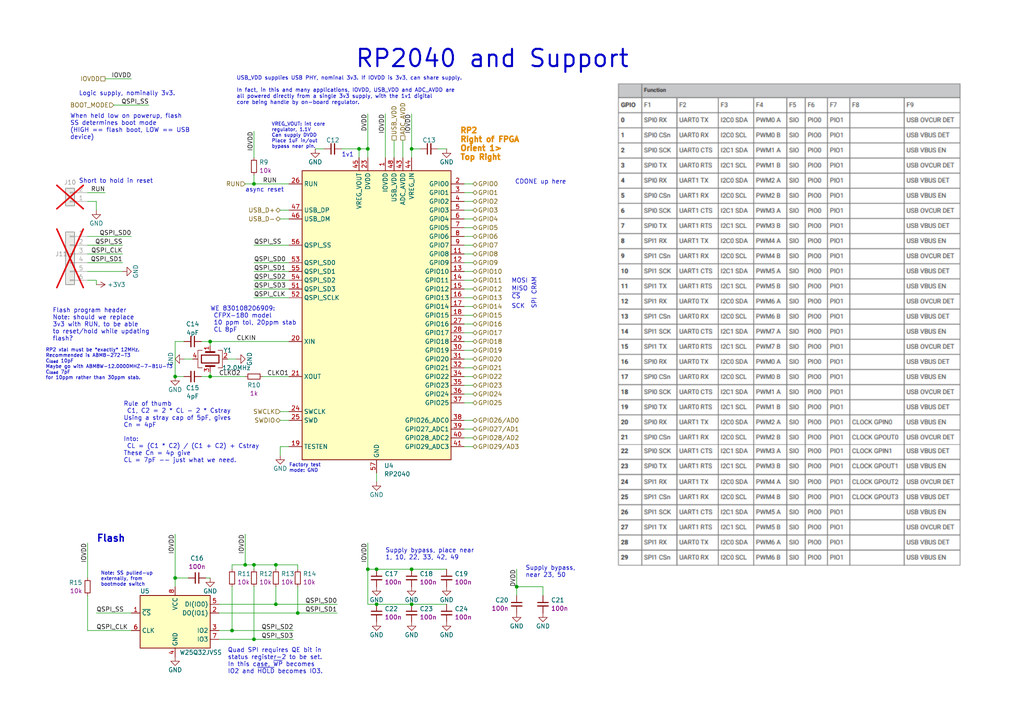
<source format=kicad_sch>
(kicad_sch (version 20250114) (generator "eeschema") (generator_version "9.0")
  (paper "A4")
  (title_block (title "Tiny Tapeout 4/5 Demo Board") (date "2024-12-26") (rev "1.0") (company "Psychogenic Technologies ") (comment 1 "(C) 2024 Pat Deegan"))
  (lib_symbols
    (symbol "Connector_Generic:Conn_01x02" (pin_names (offset 1.016) (hide yes))
      (property "Reference" "J" (at 0 2.54 0))
      (property "Value" "Conn_01x02" (at 0 -5.08 0))
      (symbol "Conn_01x02_1_1"
        (rectangle (start -1.27 1.27) (end 1.27 -3.81) (stroke (width 0.254)) (fill (type background)))
        (rectangle (start -1.27 0.127) (end 0 -0.127) (stroke (width 0.1524)))
        (rectangle (start -1.27 -2.413) (end 0 -2.667) (stroke (width 0.1524)))
        (pin passive line (at -5.08 0 0) (length 3.81) (name "Pin_1") (number "1"))
        (pin passive line (at -5.08 -2.54 0) (length 3.81) (name "Pin_2") (number "2"))
      )
    )
    (symbol "Connector_Generic:Conn_01x06" (pin_names (offset 1.016) (hide yes))
      (property "Reference" "J" (at 0 7.62 0))
      (property "Value" "Conn_01x06" (at 0 -10.16 0))
      (symbol "Conn_01x06_1_1"
        (rectangle (start -1.27 6.35) (end 1.27 -8.89) (stroke (width 0.254)) (fill (type background)))
        (rectangle (start -1.27 5.207) (end 0 4.953) (stroke (width 0.1524)))
        (rectangle (start -1.27 2.667) (end 0 2.413) (stroke (width 0.1524)))
        (rectangle (start -1.27 0.127) (end 0 -0.127) (stroke (width 0.1524)))
        (rectangle (start -1.27 -2.413) (end 0 -2.667) (stroke (width 0.1524)))
        (rectangle (start -1.27 -4.953) (end 0 -5.207) (stroke (width 0.1524)))
        (rectangle (start -1.27 -7.493) (end 0 -7.747) (stroke (width 0.1524)))
        (pin passive line (at -5.08 5.08 0) (length 3.81) (name "Pin_1") (number "1"))
        (pin passive line (at -5.08 2.54 0) (length 3.81) (name "Pin_2") (number "2"))
        (pin passive line (at -5.08 0 0) (length 3.81) (name "Pin_3") (number "3"))
        (pin passive line (at -5.08 -2.54 0) (length 3.81) (name "Pin_4") (number "4"))
        (pin passive line (at -5.08 -5.08 0) (length 3.81) (name "Pin_5") (number "5"))
        (pin passive line (at -5.08 -7.62 0) (length 3.81) (name "Pin_6") (number "6"))
      )
    )
    (symbol "Device:C_Small" (pin_numbers (hide yes)) (pin_names (offset 0.254) (hide yes))
      (property "Reference" "C" (at 0.254 1.778 0))
      (property "Value" "C_Small" (at 0.254 -2.032 0))
      (symbol "C_Small_0_1"
        (polyline (pts (xy -1.524 0.508) (xy 1.524 0.508)) (stroke (width 0.3048)))
        (polyline (pts (xy -1.524 -0.508) (xy 1.524 -0.508)) (stroke (width 0.3302)))
      )
      (symbol "C_Small_1_1"
        (pin passive line (at 0 2.54 270) (length 2.032) (name "~") (number "1"))
        (pin passive line (at 0 -2.54 90) (length 2.032) (name "~") (number "2"))
      )
    )
    (symbol "Device:Crystal_GND24" (pin_names (offset 1.016) (hide yes))
      (property "Reference" "Y" (at 3.175 5.08 0))
      (property "Value" "Crystal_GND24" (at 3.175 3.175 0))
      (symbol "Crystal_GND24_0_1"
        (polyline (pts (xy -2.54 2.286) (xy -2.54 3.556) (xy 2.54 3.556) (xy 2.54 2.286)))
        (polyline (pts (xy -2.54 0) (xy -2.032 0)))
        (polyline (pts (xy -2.54 -2.286) (xy -2.54 -3.556) (xy 2.54 -3.556) (xy 2.54 -2.286)))
        (polyline (pts (xy -2.032 -1.27) (xy -2.032 1.27)) (stroke (width 0.508)))
        (rectangle (start -1.143 2.54) (end 1.143 -2.54) (stroke (width 0.3048)))
        (polyline (pts (xy 0 3.556) (xy 0 3.81)))
        (polyline (pts (xy 0 -3.81) (xy 0 -3.556)))
        (polyline (pts (xy 2.032 0) (xy 2.54 0)))
        (polyline (pts (xy 2.032 -1.27) (xy 2.032 1.27)) (stroke (width 0.508)))
      )
      (symbol "Crystal_GND24_1_1"
        (pin passive line (at -3.81 0 0) (length 1.27) (name "1") (number "1"))
        (pin passive line (at 0 5.08 270) (length 1.27) (name "2") (number "2"))
        (pin passive line (at 0 -5.08 90) (length 1.27) (name "4") (number "4"))
        (pin passive line (at 3.81 0 180) (length 1.27) (name "3") (number "3"))
      )
    )
    (symbol "Device:R_Small" (pin_numbers (hide yes)) (pin_names (offset 0.254) (hide yes))
      (property "Reference" "R" (at 0.762 0.508 0))
      (property "Value" "R_Small" (at 0.762 -1.016 0))
      (symbol "R_Small_0_1"
        (rectangle (start -0.762 1.778) (end 0.762 -1.778) (stroke (width 0.2032)))
      )
      (symbol "R_Small_1_1"
        (pin passive line (at 0 2.54 270) (length 0.762) (name "~") (number "1"))
        (pin passive line (at 0 -2.54 90) (length 0.762) (name "~") (number "2"))
      )
    )
    (symbol "MCU_RaspberryPi:RP2040"
      (property "Reference" "U" (at 17.78 45.72 0))
      (property "Value" "RP2040" (at 17.78 43.18 0))
      (symbol "RP2040_0_1"
        (rectangle (start -21.59 41.91) (end 21.59 -41.91) (stroke (width 0.254)) (fill (type background)))
      )
      (symbol "RP2040_1_1"
        (pin input line (at -25.4 38.1 0) (length 3.81) (name "RUN") (number "26"))
        (pin bidirectional line (at -25.4 30.48 0) (length 3.81) (name "USB_DP") (number "47"))
        (pin bidirectional line (at -25.4 27.94 0) (length 3.81) (name "USB_DM") (number "46"))
        (pin bidirectional line (at -25.4 20.32 0) (length 3.81) (name "QSPI_SS") (number "56"))
        (pin bidirectional line (at -25.4 15.24 0) (length 3.81) (name "QSPI_SD0") (number "53"))
        (pin bidirectional line (at -25.4 12.7 0) (length 3.81) (name "QSPI_SD1") (number "55"))
        (pin bidirectional line (at -25.4 10.16 0) (length 3.81) (name "QSPI_SD2") (number "54"))
        (pin bidirectional line (at -25.4 7.62 0) (length 3.81) (name "QSPI_SD3") (number "51"))
        (pin output line (at -25.4 5.08 0) (length 3.81) (name "QSPI_SCLK") (number "52"))
        (pin input line (at -25.4 -7.62 0) (length 3.81) (name "XIN") (number "20"))
        (pin passive line (at -25.4 -17.78 0) (length 3.81) (name "XOUT") (number "21"))
        (pin input line (at -25.4 -27.94 0) (length 3.81) (name "SWCLK") (number "24"))
        (pin bidirectional line (at -25.4 -30.48 0) (length 3.81) (name "SWD") (number "25"))
        (pin input line (at -25.4 -38.1 0) (length 3.81) (name "TESTEN") (number "19"))
        (pin power_out line (at -5.08 45.72 270) (length 3.81) (name "VREG_VOUT") (number "45"))
        (pin power_in line (at -2.54 45.72 270) (length 3.81) (name "DVDD") (number "23"))
        (pin passive line (at -2.54 45.72 270) (length 3.81) (hide yes) (name "DVDD") (number "50"))
        (pin power_in line (at 0 -45.72 90) (length 3.81) (name "GND") (number "57"))
        (pin power_in line (at 2.54 45.72 270) (length 3.81) (name "IOVDD") (number "1"))
        (pin passive line (at 2.54 45.72 270) (length 3.81) (hide yes) (name "IOVDD") (number "10"))
        (pin passive line (at 2.54 45.72 270) (length 3.81) (hide yes) (name "IOVDD") (number "22"))
        (pin passive line (at 2.54 45.72 270) (length 3.81) (hide yes) (name "IOVDD") (number "33"))
        (pin passive line (at 2.54 45.72 270) (length 3.81) (hide yes) (name "IOVDD") (number "42"))
        (pin passive line (at 2.54 45.72 270) (length 3.81) (hide yes) (name "IOVDD") (number "49"))
        (pin power_in line (at 5.08 45.72 270) (length 3.81) (name "USB_VDD") (number "48"))
        (pin power_in line (at 7.62 45.72 270) (length 3.81) (name "ADC_AVDD") (number "43"))
        (pin power_in line (at 10.16 45.72 270) (length 3.81) (name "VREG_IN") (number "44"))
        (pin bidirectional line (at 25.4 38.1 180) (length 3.81) (name "GPIO0") (number "2"))
        (pin bidirectional line (at 25.4 35.56 180) (length 3.81) (name "GPIO1") (number "3"))
        (pin bidirectional line (at 25.4 33.02 180) (length 3.81) (name "GPIO2") (number "4"))
        (pin bidirectional line (at 25.4 30.48 180) (length 3.81) (name "GPIO3") (number "5"))
        (pin bidirectional line (at 25.4 27.94 180) (length 3.81) (name "GPIO4") (number "6"))
        (pin bidirectional line (at 25.4 25.4 180) (length 3.81) (name "GPIO5") (number "7"))
        (pin bidirectional line (at 25.4 22.86 180) (length 3.81) (name "GPIO6") (number "8"))
        (pin bidirectional line (at 25.4 20.32 180) (length 3.81) (name "GPIO7") (number "9"))
        (pin bidirectional line (at 25.4 17.78 180) (length 3.81) (name "GPIO8") (number "11"))
        (pin bidirectional line (at 25.4 15.24 180) (length 3.81) (name "GPIO9") (number "12"))
        (pin bidirectional line (at 25.4 12.7 180) (length 3.81) (name "GPIO10") (number "13"))
        (pin bidirectional line (at 25.4 10.16 180) (length 3.81) (name "GPIO11") (number "14"))
        (pin bidirectional line (at 25.4 7.62 180) (length 3.81) (name "GPIO12") (number "15"))
        (pin bidirectional line (at 25.4 5.08 180) (length 3.81) (name "GPIO13") (number "16"))
        (pin bidirectional line (at 25.4 2.54 180) (length 3.81) (name "GPIO14") (number "17"))
        (pin bidirectional line (at 25.4 0 180) (length 3.81) (name "GPIO15") (number "18"))
        (pin bidirectional line (at 25.4 -2.54 180) (length 3.81) (name "GPIO16") (number "27"))
        (pin bidirectional line (at 25.4 -5.08 180) (length 3.81) (name "GPIO17") (number "28"))
        (pin bidirectional line (at 25.4 -7.62 180) (length 3.81) (name "GPIO18") (number "29"))
        (pin bidirectional line (at 25.4 -10.16 180) (length 3.81) (name "GPIO19") (number "30"))
        (pin bidirectional line (at 25.4 -12.7 180) (length 3.81) (name "GPIO20") (number "31"))
        (pin bidirectional line (at 25.4 -15.24 180) (length 3.81) (name "GPIO21") (number "32"))
        (pin bidirectional line (at 25.4 -17.78 180) (length 3.81) (name "GPIO22") (number "34"))
        (pin bidirectional line (at 25.4 -20.32 180) (length 3.81) (name "GPIO23") (number "35"))
        (pin bidirectional line (at 25.4 -22.86 180) (length 3.81) (name "GPIO24") (number "36"))
        (pin bidirectional line (at 25.4 -25.4 180) (length 3.81) (name "GPIO25") (number "37"))
        (pin bidirectional line (at 25.4 -30.48 180) (length 3.81) (name "GPIO26_ADC0") (number "38"))
        (pin bidirectional line (at 25.4 -33.02 180) (length 3.81) (name "GPIO27_ADC1") (number "39"))
        (pin bidirectional line (at 25.4 -35.56 180) (length 3.81) (name "GPIO28_ADC2") (number "40"))
        (pin bidirectional line (at 25.4 -38.1 180) (length 3.81) (name "GPIO29_ADC3") (number "41"))
      )
    )
    (symbol "Memory_Flash:W25Q32JVSS"
      (property "Reference" "U" (at -8.89 8.89 0))
      (property "Value" "W25Q32JVSS" (at 7.62 8.89 0))
      (symbol "W25Q32JVSS_0_1"
        (rectangle (start -10.16 7.62) (end 10.16 -7.62) (stroke (width 0.254)) (fill (type background)))
      )
      (symbol "W25Q32JVSS_1_1"
        (pin input line (at -12.7 2.54 0) (length 2.54) (name "~{CS}") (number "1"))
        (pin input line (at -12.7 -2.54 0) (length 2.54) (name "CLK") (number "6"))
        (pin power_in line (at 0 10.16 270) (length 2.54) (name "VCC") (number "8"))
        (pin power_in line (at 0 -10.16 90) (length 2.54) (name "GND") (number "4"))
        (pin bidirectional line (at 12.7 5.08 180) (length 2.54) (name "DI(IO0)") (number "5"))
        (pin bidirectional line (at 12.7 2.54 180) (length 2.54) (name "DO(IO1)") (number "2"))
        (pin bidirectional line (at 12.7 -2.54 180) (length 2.54) (name "IO2") (number "3"))
        (pin bidirectional line (at 12.7 -5.08 180) (length 2.54) (name "IO3") (number "7"))
      )
    )
    (symbol "power:+3V3" (power) (pin_names (offset 0))
      (property "Value" "+3V3" (at 0 3.556 0))
      (symbol "+3V3_0_1"
        (polyline (pts (xy -0.762 1.27) (xy 0 2.54)))
        (polyline (pts (xy 0 2.54) (xy 0.762 1.27)))
        (polyline (pts (xy 0 0) (xy 0 2.54)))
      )
      (symbol "+3V3_1_1"
        (pin power_in line (at 0 0 90) (length 0) (hide yes) (name "+3V3") (number "1"))
      )
    )
    (symbol "power:GND" (power) (pin_names (offset 0))
      (property "Value" "GND" (at 0 -3.81 0))
      (symbol "GND_0_1"
        (polyline (pts (xy 0 0) (xy 0 -1.27) (xy 1.27 -1.27) (xy 0 -2.54) (xy -1.27 -1.27) (xy 0 -1.27)))
      )
      (symbol "GND_1_1"
        (pin power_in line (at 0 0 270) (length 0) (hide yes) (name "GND") (number "1"))
      )
    )
  )
  (text "CDONE up here" (at 149.352 52.832 0) (effects (font (size 1.27 1.27)) (justify left)))
  (text "async reset" (at 71.12 55.88 0) (effects (font (size 1.27 1.27)) (justify left bottom)))
  (text "RP2040 and Support" (at 102.87 20.066 0) (effects (font (size 5 5) (thickness 0.6) (bold yes)) (justify left bottom)))
  (text "Flash" (at 27.94 157.48 0) (effects (font (size 2 2) (thickness 0.4) (bold yes)) (justify left bottom)))
  (text "Short to hold in reset" (at 22.86 53.34 0) (effects (font (size 1.27 1.27)) (justify left bottom)))
  (text "VREG_VOUT: int core\nregulator, 1.1V\nCan supply DVDD\nPlace 1uF in/out \nbypass near pin." (at 78.74 43.18 0) (effects (font (size 1 1)) (justify left bottom)))
  (text "When held low on powerup, flash\nSS determines boot mode \n(HIGH == flash boot, LOW == USB \ndevice)" (at 20.32 40.64 0) (effects (font (size 1.27 1.27)) (justify left bottom)))
  (text "WE 830108206909:\n CFPX-180 model\n 10 ppm tol, 20ppm stab\n CL 8pF" (at 60.96 96.52 0) (effects (font (size 1.27 1.27)) (justify left bottom)))
  (text "1v1" (at 99.06 45.72 0) (effects (font (size 1.27 1.27)) (justify left bottom)))
  (text "RP2\nRight of FPGA\nOrient 1>\nTop Right" (at 133.35 41.91 0) (effects (font (size 1.6 1.6) (thickness 0.6) (bold yes)) (justify left)))
  (text "USB_VDD supplies USB PHY, nominal 3v3. If IOVDD is 3v3, can share supply.\n\nIn fact, in this and many applications, IOVDD, USB_VDD and ADC_AVDD are\nall powered directly from a single 3v3 supply, with the 1v1 digital \ncore being handle by on-board regulator." (at 68.58 30.48 0) (effects (font (size 1.1 1.1)) (justify left bottom)))
  (text "Flash program header\nNote: should we replace\n3v3 with RUN, to be able\nto reset/hold while updating\nflash?" (at 15.24 99.06 0) (effects (font (size 1.27 1.27)) (justify left bottom)))
  (text "Supply bypass, place near\n1, 10, 22, 33, 42, 49" (at 111.76 162.56 0) (effects (font (size 1.27 1.27)) (justify left bottom)))
  (text "Quad SPI requires QE bit in \nstatus register-2 to be set.\nIn this case, ~{WP} becomes \nIO2 and ~{HOLD} becomes IO3." (at 66.04 195.58 0) (effects (font (size 1.27 1.27)) (justify left bottom)))
  (text "Factory test\nmode: GND" (at 83.82 137.16 0) (effects (font (size 1 1)) (justify left bottom)))
  (text "Rule of thumb\n C1, C2 = 2 * CL - 2 * Cstray\nUsing a stray cap of 5pF, gives\nCn = 4pF\n\nInto:\n CL = (C1 * C2) / (C1 + C2) + Cstray\nThese Cn = 4p give\nCL = 7pF -- just what we need." (at 35.814 134.366 0) (effects (font (size 1.27 1.27)) (justify left bottom)))
  (text "~{CS}" (at 148.336 86.106 0) (effects (font (size 1.27 1.27)) (justify left)))
  (text "Logic supply, nominally 3v3." (at 22.86 27.94 0) (effects (font (size 1.27 1.27)) (justify left bottom)))
  (text "RP2 xtal must be *exactly* 12MHz.\nRecommended is ABM8-272-T3\nC_{load} 10pF\nMaybe go with ABM8W-12.0000MHZ-7-B1U-T3\nC_{load} 7pF\nfor 10ppm rather than 30ppm stab.\n" (at 13.208 105.664 0) (effects (font (size 1 1)) (justify left)))
  (text "SCK" (at 148.336 88.9 0) (effects (font (size 1.27 1.27)) (justify left)))
  (text "SPI CRAM" (at 154.94 89.662 90) (effects (font (size 1.27 1.27)) (justify left)))
  (text "Supply bypass,\nnear 23, 50" (at 152.4 167.64 0) (effects (font (size 1.27 1.27)) (justify left bottom)))
  (text "MOSI" (at 148.336 81.534 0) (effects (font (size 1.27 1.27)) (justify left)))
  (text "Note: SS pulled-up\nexternally, from \nbootmode switch" (at 29.21 170.18 0) (effects (font (size 1 1)) (justify left bottom)))
  (text "MISO" (at 148.336 83.82 0) (effects (font (size 1.27 1.27)) (justify left)))
  (junction (at 73.66 185.42))
  (junction (at 106.68 43.18))
  (junction (at 67.31 182.88))
  (junction (at 149.86 170.18))
  (junction (at 80.01 175.26))
  (junction (at 119.38 175.26))
  (junction (at 119.38 43.18))
  (junction (at 119.38 165.1))
  (junction (at 60.96 109.22))
  (junction (at 104.14 43.18))
  (junction (at 60.96 99.06))
  (junction (at 50.8 167.64))
  (junction (at 106.68 165.1))
  (junction (at 73.66 53.34))
  (junction (at 80.01 163.83))
  (junction (at 73.66 163.83))
  (junction (at 109.22 165.1))
  (junction (at 109.22 175.26))
  (junction (at 86.36 177.8))
  (junction (at 71.12 163.83))
  (junction (at 50.8 109.22))
  (wire (pts (xy 81.28 119.38) (xy 83.82 119.38)))
  (wire (pts (xy 73.66 86.36) (xy 83.82 86.36)))
  (wire (pts (xy 33.02 30.48) (xy 43.18 30.48)))
  (wire (pts (xy 58.42 109.22) (xy 60.96 109.22)))
  (wire (pts (xy 111.76 33.02) (xy 111.76 45.72)))
  (wire (pts (xy 30.48 22.86) (xy 38.1 22.86)))
  (wire (pts (xy 137.16 116.84) (xy 134.62 116.84)))
  (wire (pts (xy 60.96 99.06) (xy 83.82 99.06)))
  (wire (pts (xy 50.8 167.64) (xy 50.8 170.18)))
  (wire (pts (xy 73.66 78.74) (xy 83.82 78.74)))
  (wire (pts (xy 25.4 73.66) (xy 35.56 73.66)))
  (wire (pts (xy 25.4 55.88) (xy 30.48 55.88)))
  (wire (pts (xy 83.82 109.22) (xy 76.2 109.22)))
  (wire (pts (xy 149.86 170.18) (xy 149.86 172.72)))
  (wire (pts (xy 137.16 96.52) (xy 134.62 96.52)))
  (wire (pts (xy 137.16 81.28) (xy 134.62 81.28)))
  (wire (pts (xy 137.16 99.06) (xy 134.62 99.06)))
  (wire (pts (xy 53.34 104.14) (xy 55.88 104.14)))
  (wire (pts (xy 104.14 43.18) (xy 106.68 43.18)))
  (wire (pts (xy 60.96 100.33) (xy 60.96 99.06)))
  (wire (pts (xy 50.8 99.06) (xy 50.8 109.22)))
  (wire (pts (xy 25.4 68.58) (xy 38.1 68.58)))
  (wire (pts (xy 119.38 43.18) (xy 121.92 43.18)))
  (wire (pts (xy 73.66 81.28) (xy 83.82 81.28)))
  (wire (pts (xy 137.16 104.14) (xy 134.62 104.14)))
  (wire (pts (xy 83.82 129.54) (xy 81.28 129.54)))
  (wire (pts (xy 80.01 170.18) (xy 80.01 175.26)))
  (wire (pts (xy 25.4 172.72) (xy 25.4 182.88)))
  (wire (pts (xy 25.4 78.74) (xy 35.56 78.74)))
  (wire (pts (xy 25.4 71.12) (xy 35.56 71.12)))
  (wire (pts (xy 53.34 99.06) (xy 50.8 99.06)))
  (wire (pts (xy 106.68 157.48) (xy 106.68 165.1)))
  (wire (pts (xy 80.01 163.83) (xy 86.36 163.83)))
  (wire (pts (xy 137.16 127) (xy 134.62 127)))
  (wire (pts (xy 137.16 63.5) (xy 134.62 63.5)))
  (wire (pts (xy 59.69 167.64) (xy 60.96 167.64)))
  (wire (pts (xy 119.38 175.26) (xy 129.54 175.26)))
  (wire (pts (xy 86.36 163.83) (xy 86.36 165.1)))
  (wire (pts (xy 137.16 129.54) (xy 134.62 129.54)))
  (wire (pts (xy 73.66 71.12) (xy 83.82 71.12)))
  (wire (pts (xy 25.4 81.28) (xy 27.94 81.28)))
  (wire (pts (xy 63.5 182.88) (xy 67.31 182.88)))
  (wire (pts (xy 73.66 163.83) (xy 73.66 165.1)))
  (wire (pts (xy 27.94 82.55) (xy 27.94 81.28)))
  (wire (pts (xy 137.16 66.04) (xy 134.62 66.04)))
  (wire (pts (xy 137.16 91.44) (xy 134.62 91.44)))
  (wire (pts (xy 149.86 170.18) (xy 157.48 170.18)))
  (wire (pts (xy 137.16 73.66) (xy 134.62 73.66)))
  (wire (pts (xy 137.16 93.98) (xy 134.62 93.98)))
  (wire (pts (xy 116.84 40.64) (xy 116.84 45.72)))
  (wire (pts (xy 80.01 163.83) (xy 80.01 165.1)))
  (wire (pts (xy 106.68 175.26) (xy 109.22 175.26)))
  (wire (pts (xy 104.14 43.18) (xy 99.06 43.18)))
  (wire (pts (xy 80.01 175.26) (xy 97.79 175.26)))
  (wire (pts (xy 73.66 76.2) (xy 83.82 76.2)))
  (wire (pts (xy 63.5 185.42) (xy 73.66 185.42)))
  (wire (pts (xy 67.31 182.88) (xy 67.31 170.18)))
  (wire (pts (xy 71.12 53.34) (xy 73.66 53.34)))
  (wire (pts (xy 73.66 163.83) (xy 80.01 163.83)))
  (wire (pts (xy 137.16 109.22) (xy 134.62 109.22)))
  (wire (pts (xy 81.28 63.5) (xy 83.82 63.5)))
  (wire (pts (xy 25.4 182.88) (xy 38.1 182.88)))
  (wire (pts (xy 119.38 33.02) (xy 119.38 43.18)))
  (wire (pts (xy 73.66 50.8) (xy 73.66 53.34)))
  (wire (pts (xy 25.4 58.42) (xy 27.94 58.42)))
  (wire (pts (xy 81.28 121.92) (xy 83.82 121.92)))
  (wire (pts (xy 71.12 154.94) (xy 71.12 163.83)))
  (wire (pts (xy 25.4 76.2) (xy 35.56 76.2)))
  (wire (pts (xy 137.16 71.12) (xy 134.62 71.12)))
  (wire (pts (xy 137.16 55.88) (xy 134.62 55.88)))
  (wire (pts (xy 137.16 83.82) (xy 134.62 83.82)))
  (wire (pts (xy 104.14 45.72) (xy 104.14 43.18)))
  (wire (pts (xy 137.16 60.96) (xy 134.62 60.96)))
  (wire (pts (xy 27.94 177.8) (xy 38.1 177.8)))
  (wire (pts (xy 106.68 43.18) (xy 106.68 45.72)))
  (wire (pts (xy 106.68 33.02) (xy 106.68 43.18)))
  (wire (pts (xy 86.36 177.8) (xy 97.79 177.8)))
  (wire (pts (xy 73.66 83.82) (xy 83.82 83.82)))
  (wire (pts (xy 109.22 175.26) (xy 119.38 175.26)))
  (wire (pts (xy 86.36 170.18) (xy 86.36 177.8)))
  (wire (pts (xy 137.16 124.46) (xy 134.62 124.46)))
  (wire (pts (xy 58.42 99.06) (xy 60.96 99.06)))
  (wire (pts (xy 73.66 38.1) (xy 73.66 45.72)))
  (wire (pts (xy 27.94 58.42) (xy 27.94 60.96)))
  (wire (pts (xy 137.16 78.74) (xy 134.62 78.74)))
  (wire (pts (xy 50.8 167.64) (xy 54.61 167.64)))
  (wire (pts (xy 67.31 165.1) (xy 67.31 163.83)))
  (wire (pts (xy 137.16 53.34) (xy 134.62 53.34)))
  (wire (pts (xy 50.8 109.22) (xy 53.34 109.22)))
  (wire (pts (xy 73.66 53.34) (xy 83.82 53.34)))
  (wire (pts (xy 109.22 165.1) (xy 119.38 165.1)))
  (wire (pts (xy 67.31 163.83) (xy 71.12 163.83)))
  (wire (pts (xy 157.48 170.18) (xy 157.48 172.72)))
  (wire (pts (xy 137.16 88.9) (xy 134.62 88.9)))
  (wire (pts (xy 71.12 163.83) (xy 73.66 163.83)))
  (wire (pts (xy 63.5 175.26) (xy 80.01 175.26)))
  (wire (pts (xy 137.16 121.92) (xy 134.62 121.92)))
  (wire (pts (xy 137.16 111.76) (xy 134.62 111.76)))
  (wire (pts (xy 81.28 129.54) (xy 81.28 132.08)))
  (wire (pts (xy 73.66 185.42) (xy 85.09 185.42)))
  (wire (pts (xy 119.38 43.18) (xy 119.38 45.72)))
  (wire (pts (xy 137.16 68.58) (xy 134.62 68.58)))
  (wire (pts (xy 114.3 40.64) (xy 114.3 45.72)))
  (wire (pts (xy 119.38 165.1) (xy 129.54 165.1)))
  (wire (pts (xy 63.5 177.8) (xy 86.36 177.8)))
  (wire (pts (xy 25.4 157.48) (xy 25.4 167.64)))
  (wire (pts (xy 67.31 182.88) (xy 85.09 182.88)))
  (wire (pts (xy 91.44 43.18) (xy 93.98 43.18)))
  (wire (pts (xy 127 43.18) (xy 129.54 43.18)))
  (wire (pts (xy 137.16 58.42) (xy 134.62 58.42)))
  (wire (pts (xy 106.68 165.1) (xy 106.68 175.26)))
  (wire (pts (xy 50.8 154.94) (xy 50.8 167.64)))
  (wire (pts (xy 71.12 109.22) (xy 60.96 109.22)))
  (wire (pts (xy 106.68 165.1) (xy 109.22 165.1)))
  (wire (pts (xy 109.22 137.16) (xy 109.22 139.7)))
  (wire (pts (xy 149.86 165.1) (xy 149.86 170.18)))
  (wire (pts (xy 137.16 86.36) (xy 134.62 86.36)))
  (wire (pts (xy 137.16 76.2) (xy 134.62 76.2)))
  (wire (pts (xy 137.16 114.3) (xy 134.62 114.3)))
  (wire (pts (xy 137.16 106.68) (xy 134.62 106.68)))
  (wire (pts (xy 73.66 170.18) (xy 73.66 185.42)))
  (wire (pts (xy 66.04 104.14) (xy 68.58 104.14)))
  (wire (pts (xy 81.28 60.96) (xy 83.82 60.96)))
  (wire (pts (xy 60.96 109.22) (xy 60.96 107.95)))
  (wire (pts (xy 137.16 101.6) (xy 134.62 101.6)))
  (image (at 228.6 93.98) (scale 0.556668))
  (label "QSPI_SS" (at 35.56 71.12 180))
  (label "QSPI_SD2" (at 85.09 182.88 180))
  (label "QSPI_SD1" (at 97.79 177.8 180))
  (label "RUN" (at 30.48 55.88 180))
  (label "RUN" (at 76.2 53.34 0))
  (label "CLKO2" (at 63.5 109.22 0))
  (label "DVDD" (at 106.68 33.02 270))
  (label "DVDD" (at 149.86 165.1 270))
  (label "IOVDD" (at 73.66 38.1 270))
  (label "QSPI_CLK" (at 27.94 182.88 0))
  (label "IOVDD" (at 119.38 33.02 270))
  (label "QSPI_SD1" (at 73.66 78.74 0))
  (label "QSPI_SD0" (at 73.66 76.2 0))
  (label "IOVDD" (at 38.1 22.86 180))
  (label "QSPI_SD0" (at 97.79 175.26 180))
  (label "QSPI_SD3" (at 73.66 83.82 0))
  (label "QSPI_SD2" (at 73.66 81.28 0))
  (label "IOVDD" (at 106.68 157.48 270))
  (label "QSPI_SS" (at 43.18 30.48 180))
  (label "QSPI_SD1" (at 35.56 76.2 180))
  (label "QSPI_CLK" (at 73.66 86.36 0))
  (label "QSPI_SD0" (at 38.1 68.58 180))
  (label "CLKIN" (at 68.58 99.06 0))
  (label "CLKO1" (at 77.47 109.22 0))
  (label "IOVDD" (at 71.12 154.94 270))
  (label "QSPI_SS" (at 27.94 177.8 0))
  (label "QSPI_SS" (at 73.66 71.12 0))
  (label "IOVDD" (at 111.76 33.02 270))
  (label "IOVDD" (at 25.4 157.48 270))
  (label "QSPI_CLK" (at 35.56 73.66 180))
  (label "IOVDD" (at 50.8 154.94 270))
  (label "QSPI_SD3" (at 85.09 185.42 180))
  (hierarchical_label "GPIO26{slash}AD0" (shape bidirectional) (at 137.16 121.92 0))
  (hierarchical_label "GPIO0" (shape bidirectional) (at 137.16 53.34 0))
  (hierarchical_label "GPIO4" (shape bidirectional) (at 137.16 63.5 0))
  (hierarchical_label "GPIO25" (shape bidirectional) (at 137.16 116.84 0))
  (hierarchical_label "BOOT_MODE" (shape input) (at 33.02 30.48 180))
  (hierarchical_label "GPIO15" (shape bidirectional) (at 137.16 91.44 0))
  (hierarchical_label "ADC_AVDD" (shape passive) (at 116.84 40.64 90))
  (hierarchical_label "GPIO10" (shape bidirectional) (at 137.16 78.74 0))
  (hierarchical_label "GPIO13" (shape bidirectional) (at 137.16 86.36 0))
  (hierarchical_label "GPIO14" (shape bidirectional) (at 137.16 88.9 0))
  (hierarchical_label "GPIO18" (shape bidirectional) (at 137.16 99.06 0))
  (hierarchical_label "GPIO24" (shape bidirectional) (at 137.16 114.3 0))
  (hierarchical_label "SWDIO" (shape bidirectional) (at 81.28 121.92 180))
  (hierarchical_label "USB_D+" (shape bidirectional) (at 81.28 60.96 180))
  (hierarchical_label "GPIO16" (shape bidirectional) (at 137.16 93.98 0))
  (hierarchical_label "SWCLK" (shape input) (at 81.28 119.38 180))
  (hierarchical_label "GPIO27{slash}AD1" (shape bidirectional) (at 137.16 124.46 0))
  (hierarchical_label "GPIO5" (shape bidirectional) (at 137.16 66.04 0))
  (hierarchical_label "GPIO28{slash}AD2" (shape bidirectional) (at 137.16 127 0))
  (hierarchical_label "USB_D-" (shape bidirectional) (at 81.28 63.5 180))
  (hierarchical_label "USB_VDD" (shape passive) (at 114.3 40.64 90))
  (hierarchical_label "GPIO6" (shape bidirectional) (at 137.16 68.58 0))
  (hierarchical_label "GPIO22" (shape bidirectional) (at 137.16 109.22 0))
  (hierarchical_label "GPIO2" (shape bidirectional) (at 137.16 58.42 0))
  (hierarchical_label "GPIO21" (shape bidirectional) (at 137.16 106.68 0))
  (hierarchical_label "GPIO29{slash}AD3" (shape bidirectional) (at 137.16 129.54 0))
  (hierarchical_label "GPIO20" (shape bidirectional) (at 137.16 104.14 0))
  (hierarchical_label "GPIO19" (shape bidirectional) (at 137.16 101.6 0))
  (hierarchical_label "IOVDD" (shape passive) (at 30.48 22.86 180))
  (hierarchical_label "GPIO23" (shape bidirectional) (at 137.16 111.76 0))
  (hierarchical_label "GPIO8" (shape bidirectional) (at 137.16 73.66 0))
  (hierarchical_label "GPIO17" (shape bidirectional) (at 137.16 96.52 0))
  (hierarchical_label "RUN" (shape input) (at 71.12 53.34 180))
  (hierarchical_label "GPIO11" (shape bidirectional) (at 137.16 81.28 0))
  (hierarchical_label "GPIO9" (shape bidirectional) (at 137.16 76.2 0))
  (hierarchical_label "GPIO1" (shape bidirectional) (at 137.16 55.88 0))
  (hierarchical_label "GPIO7" (shape bidirectional) (at 137.16 71.12 0))
  (hierarchical_label "GPIO12" (shape bidirectional) (at 137.16 83.82 0))
  (hierarchical_label "GPIO3" (shape bidirectional) (at 137.16 60.96 0))
  (symbol (lib_id "power:GND") (at 149.86 177.8 0) (mirror y) (unit 1)
    (property "Reference" "#PWR065" (effects (hide yes)))
    (property "Value" "GND" (at 149.86 181.61 0))
  )
  (symbol (lib_id "power:GND") (at 60.96 167.64 0) (mirror y) (unit 1)
    (property "Reference" "#PWR061" (effects (hide yes)))
    (property "Value" "GND" (at 60.96 171.45 0))
  )
  (symbol (lib_id "power:GND") (at 109.22 170.18 0) (mirror y) (unit 1)
    (property "Reference" "#PWR062" (effects (hide yes)))
    (property "Value" "GND" (at 109.22 173.99 0))
  )
  (symbol (lib_id "Device:R_Small") (at 80.01 167.64 0) (mirror y) (unit 1)
    (property "Reference" "R13" (at 81.5086 166.4278 0) (effects (justify right)))
    (property "Value" "R_10k_0402" (effects (hide yes)))
    (property "Footprint" "Resistor_SMD:R_0402_1005Metric" (effects (hide yes)))
    (property "MPN" "RC0402FR-0710KL" (effects (hide yes)))
    (property "Characteristics" "10k 0402" (effects (hide yes)))
    (property "MPN_ALT" "WR04X1002FTL" (effects (hide yes)))
    (property "LCSC" "C471764" (effects (hide yes)))
    (property "DigikeyPN" "10-ERJ-U02F1002XCT-ND" (effects (hide yes)))
    (property "Display Value" "10k" (effects (hide yes)))
    (property "Display_Value" "10k" (at 81.5086 168.8521 0) (effects (justify right)))
  )
  (symbol (lib_id "Device:C_Small") (at 119.38 177.8 0) (unit 1)
    (property "Reference" "C23" (at 121.7041 176.5941 0) (effects (justify left)))
    (property "Value" "C_100n_0402_50V" (effects (hide yes)))
    (property "Footprint" "Capacitor_SMD:C_0402_1005Metric" (effects (hide yes)))
    (property "MPN" "GRM155R71H104KE14J" (effects (hide yes)))
    (property "Characteristics" "100n 10% 25V XR 0402" (effects (hide yes)))
    (property "MPN_ALT" "GRM155R71E104KE14J" (effects (hide yes)))
    (property "LCSC" "C100072" (effects (hide yes)))
    (property "Display Value" "100n" (effects (hide yes)))
    (property "DigikeyPN" "490-13342-1-ND" (effects (hide yes)))
    (property "Display_Value" "100n" (at 121.7041 179.0184 0) (effects (justify left)))
  )
  (symbol (lib_id "MCU_RaspberryPi:RP2040") (at 109.22 91.44 0) (unit 1)
    (property "Reference" "U4" (at 111.4141 135.0701 0) (effects (justify left)))
    (property "Value" "RP2040" (at 111.4141 137.4943 0) (effects (justify left)))
    (property "Footprint" "Package_DFN_QFN:QFN-56-1EP_7x7mm_P0.4mm_EP3.2x3.2mm" (effects (hide yes)))
    (property "Datasheet" "https://datasheets.raspberrypi.com/rp2040/rp2040-datasheet.pdf" (effects (hide yes)))
    (property "DigikeyPN" "2648-SC0914(13)CT-ND" (effects (hide yes)))
    (property "MPN" "SC0914(13)" (effects (hide yes)))
    (property "LCSC" "C2040" (effects (hide yes)))
  )
  (symbol (lib_id "Device:C_Small") (at 119.38 167.64 0) (unit 1)
    (property "Reference" "C18" (at 121.7041 166.4341 0) (effects (justify left)))
    (property "Value" "C_100n_0402_50V" (effects (hide yes)))
    (property "Footprint" "Capacitor_SMD:C_0402_1005Metric" (effects (hide yes)))
    (property "MPN" "GRM155R71H104KE14J" (effects (hide yes)))
    (property "Characteristics" "100n 10% 25V XR 0402" (effects (hide yes)))
    (property "MPN_ALT" "GRM155R71E104KE14J" (effects (hide yes)))
    (property "LCSC" "C100072" (effects (hide yes)))
    (property "Display Value" "100n" (effects (hide yes)))
    (property "DigikeyPN" "490-13342-1-ND" (effects (hide yes)))
    (property "Display_Value" "100n" (at 121.7041 168.8584 0) (effects (justify left)))
  )
  (symbol (lib_id "power:GND") (at 27.94 60.96 0) (mirror y) (unit 1)
    (property "Reference" "#PWR053" (effects (hide yes)))
    (property "Value" "GND" (at 27.94 64.77 0))
  )
  (symbol (lib_id "power:GND") (at 157.48 177.8 0) (mirror y) (unit 1)
    (property "Reference" "#PWR066" (effects (hide yes)))
    (property "Value" "GND" (at 157.48 181.61 0))
  )
  (symbol (lib_id "Device:C_Small") (at 129.54 177.8 0) (unit 1)
    (property "Reference" "C24" (at 131.8641 176.5941 0) (effects (justify left)))
    (property "Value" "C_100n_0402_50V" (effects (hide yes)))
    (property "Footprint" "Capacitor_SMD:C_0402_1005Metric" (effects (hide yes)))
    (property "MPN" "GRM155R71H104KE14J" (effects (hide yes)))
    (property "Characteristics" "100n 10% 25V XR 0402" (effects (hide yes)))
    (property "MPN_ALT" "GRM155R71E104KE14J" (effects (hide yes)))
    (property "LCSC" "C100072" (effects (hide yes)))
    (property "Display Value" "100n" (effects (hide yes)))
    (property "DigikeyPN" "490-13342-1-ND" (effects (hide yes)))
    (property "Display_Value" "100n" (at 131.8641 179.0184 0) (effects (justify left)))
  )
  (symbol (lib_id "power:GND") (at 129.54 43.18 0) (mirror y) (unit 1)
    (property "Reference" "#PWR052" (effects (hide yes)))
    (property "Value" "GND" (at 129.54 46.99 0))
  )
  (symbol (lib_id "Device:C_Small") (at 157.48 175.26 0) (unit 1)
    (property "Reference" "C21" (at 159.8041 174.0541 0) (effects (justify left)))
    (property "Value" "C_100n_0402_50V" (effects (hide yes)))
    (property "Footprint" "Capacitor_SMD:C_0402_1005Metric" (effects (hide yes)))
    (property "MPN" "GRM155R71H104KE14J" (effects (hide yes)))
    (property "Characteristics" "100n 10% 25V XR 0402" (effects (hide yes)))
    (property "MPN_ALT" "GRM155R71E104KE14J" (effects (hide yes)))
    (property "LCSC" "C100072" (effects (hide yes)))
    (property "Display Value" "100n" (effects (hide yes)))
    (property "DigikeyPN" "490-13342-1-ND" (effects (hide yes)))
    (property "Display_Value" "100n" (at 159.8041 176.4784 0) (effects (justify left)))
  )
  (symbol (lib_id "Device:R_Small") (at 73.66 109.22 90) (mirror x) (unit 1)
    (property "Reference" "R10" (at 73.66 111.6767 90))
    (property "Value" "R_1k_0402" (effects (hide yes)))
    (property "Footprint" "Resistor_SMD:R_0402_1005Metric" (effects (hide yes)))
    (property "MPN" "CR0402-FX-1001GLF" (effects (hide yes)))
    (property "MPN_ALT" "WR04X1001FTL" (effects (hide yes)))
    (property "Characteristics" "1k 0402" (effects (hide yes)))
    (property "LCSC" "C202394" (effects (hide yes)))
    (property "DigikeyPN" "CR0402-FX-1001GLFCT-ND" (effects (hide yes)))
    (property "Display Value" "1k" (effects (hide yes)))
    (property "Display_Value" "1k" (at 73.66 114.101 90))
  )
  (symbol (lib_id "Device:C_Small") (at 55.88 109.22 270) (unit 1)
    (property "Reference" "C15" (at 55.8736 112.5022 90))
    (property "Value" "4pF" (at 55.8736 114.9265 90))
    (property "Footprint" "Capacitor_SMD:C_0402_1005Metric" (effects (hide yes)))
    (property "MPN" "CC0402CRNPO9BN4R0" (effects (hide yes)))
    (property "Characteristics" "4pF 10% 50V XR 0402" (effects (hide yes)))
    (property "MPN_ALT" "GRT1555C1H4R0CA02D" (effects (hide yes)))
    (property "LCSC" "C325455" (effects (hide yes)))
    (property "Digikey_PN" "311-3643-1-ND" (effects (hide yes)))
    (property "DigikeyPN" "311-3643-1-ND" (effects (hide yes)))
  )
  (symbol (lib_id "Device:R_Small") (at 25.4 170.18 0) (mirror y) (unit 1)
    (property "Reference" "R15" (at 23.9014 168.9678 0) (effects (justify left)))
    (property "Value" "R_10k_0402" (effects (hide yes)))
    (property "Footprint" "Resistor_SMD:R_0402_1005Metric" (effects (hide yes)))
    (property "MPN" "RC0402FR-0710KL" (effects (hide yes)))
    (property "Characteristics" "10k 0402" (effects (hide yes)))
    (property "MPN_ALT" "WR04X1002FTL" (effects (hide yes)))
    (property "LCSC" "C471764" (effects (hide yes)))
    (property "DigikeyPN" "10-ERJ-U02F1002XCT-ND" (effects (hide yes)))
    (property "Display Value" "10k" (effects (hide yes)))
    (property "Display_Value" "10k" (at 23.9014 171.3921 0) (effects (justify left)))
  )
  (symbol (lib_id "power:GND") (at 50.8 109.22 0) (mirror y) (unit 1)
    (property "Reference" "#PWR058" (effects (hide yes)))
    (property "Value" "GND" (at 50.8 113.03 0))
  )
  (symbol (lib_id "Connector_Generic:Conn_01x06") (at 20.32 73.66 0) (mirror y) (unit 1) (dnp yes)
    (property "Reference" "J11" (at 17.78 73.66 0))
    (property "Value" "Conn_01x06" (effects (hide yes)))
    (property "Footprint" "Connector_PinHeader_2.54mm:PinHeader_1x06_P2.54mm_Vertical_SMD_Pin1Right" (effects (hide yes)))
    (property "Datasheet" "https://www.we-online.com/components/products/datasheet/61300611121.pdf" (effects (hide yes)))
    (property "MPN" "61300611121" (effects (hide yes)))
  )
  (symbol (lib_id "power:GND") (at 119.38 180.34 0) (mirror y) (unit 1)
    (property "Reference" "#PWR068" (effects (hide yes)))
    (property "Value" "GND" (at 119.38 184.15 0))
  )
  (symbol (lib_id "power:GND") (at 53.34 104.14 270) (mirror x) (unit 1)
    (property "Reference" "#PWR056" (effects (hide yes)))
    (property "Value" "GND" (at 49.53 104.14 0))
  )
  (symbol (lib_id "Device:R_Small") (at 73.66 48.26 0) (mirror y) (unit 1)
    (property "Reference" "R9" (at 75.1586 47.0478 0) (effects (justify right)))
    (property "Value" "R_10k_0402" (effects (hide yes)))
    (property "Footprint" "Resistor_SMD:R_0402_1005Metric" (effects (hide yes)))
    (property "MPN" "RC0402FR-0710KL" (effects (hide yes)))
    (property "Characteristics" "10k 0402" (effects (hide yes)))
    (property "MPN_ALT" "WR04X1002FTL" (effects (hide yes)))
    (property "LCSC" "C471764" (effects (hide yes)))
    (property "DigikeyPN" "10-ERJ-U02F1002XCT-ND" (effects (hide yes)))
    (property "Display Value" "10k" (effects (hide yes)))
    (property "Display_Value" "10k" (at 75.1586 49.4721 0) (effects (justify right)))
  )
  (symbol (lib_id "Device:C_Small") (at 129.54 167.64 0) (unit 1)
    (property "Reference" "C19" (at 131.8641 166.4341 0) (effects (justify left)))
    (property "Value" "C_100n_0402_50V" (effects (hide yes)))
    (property "Footprint" "Capacitor_SMD:C_0402_1005Metric" (effects (hide yes)))
    (property "MPN" "GRM155R71H104KE14J" (effects (hide yes)))
    (property "Characteristics" "100n 10% 25V XR 0402" (effects (hide yes)))
    (property "MPN_ALT" "GRM155R71E104KE14J" (effects (hide yes)))
    (property "LCSC" "C100072" (effects (hide yes)))
    (property "Display Value" "100n" (effects (hide yes)))
    (property "DigikeyPN" "490-13342-1-ND" (effects (hide yes)))
    (property "Display_Value" "100n" (at 131.8641 168.8584 0) (effects (justify left)))
  )
  (symbol (lib_id "power:GND") (at 91.44 43.18 0) (mirror y) (unit 1)
    (property "Reference" "#PWR051" (effects (hide yes)))
    (property "Value" "GND" (at 91.44 46.99 0))
  )
  (symbol (lib_id "Device:C_Small") (at 109.22 167.64 0) (unit 1)
    (property "Reference" "C17" (at 111.5441 166.4341 0) (effects (justify left)))
    (property "Value" "C_100n_0402_50V" (effects (hide yes)))
    (property "Footprint" "Capacitor_SMD:C_0402_1005Metric" (effects (hide yes)))
    (property "MPN" "GRM155R71H104KE14J" (effects (hide yes)))
    (property "Characteristics" "100n 10% 25V XR 0402" (effects (hide yes)))
    (property "MPN_ALT" "GRM155R71E104KE14J" (effects (hide yes)))
    (property "LCSC" "C100072" (effects (hide yes)))
    (property "Display Value" "100n" (effects (hide yes)))
    (property "DigikeyPN" "490-13342-1-ND" (effects (hide yes)))
    (property "Display_Value" "100n" (at 111.5441 168.8584 0) (effects (justify left)))
  )
  (symbol (lib_id "Device:Crystal_GND24") (at 60.96 104.14 270) (unit 1)
    (property "Reference" "Y1" (at 66.04 101.6 90))
    (property "Value" "12.0MHz" (at 68.58 106.68 90))
    (property "Footprint" "Crystal:Crystal_SMD_3225-4Pin_3.2x2.5mm" (effects (hide yes)))
    (property "Datasheet" "https://abracon.com/datasheets/ABM8W.pdf" (effects (hide yes)))
    (property "Description" "12 MHz ±10ppm Crystal 7pF 100 Ohms 4-SMD, No Lead" (effects (hide yes)))
    (property "MPN" "ABM8W-12.0000MHZ-7-B1U-T3" (effects (hide yes)))
    (property "DigikeyPN" "535-14005-1-ND" (effects (hide yes)))
    (property "MPN_ALT" "ABM8W-12.0000MHZ-8-D1X-T3" (effects (hide yes)))
    (property "LCSC" "C1985523" (effects (hide yes)))
    (property "Characteristics" "12.000MHz 10ppm stability" (effects (hide yes)))
  )
  (symbol (lib_id "Device:C_Small") (at 96.52 43.18 90) (unit 1)
    (property "Reference" "C12" (at 96.52 40.64 90))
    (property "Value" "C_1u_0603_50V" (effects (hide yes)))
    (property "Footprint" "Capacitor_SMD:C_0603_1608Metric" (effects (hide yes)))
    (property "MPN" "CL10A105KA8NNNC" (effects (hide yes)))
    (property "MPN_ALT" "C0603C105K4RAC7411" (effects (hide yes)))
    (property "Characteristics" "1u 10V XR 0603" (effects (hide yes)))
    (property "LCSC" "C5673" (effects (hide yes)))
    (property "DigikeyPN" "490-12330-1-ND" (effects (hide yes)))
    (property "Display Value" "1u" (effects (hide yes)))
    (property "Display_Value" "1u" (effects (hide yes)))
  )
  (symbol (lib_id "Device:C_Small") (at 55.88 99.06 270) (unit 1)
    (property "Reference" "C14" (at 55.88 93.98 90))
    (property "Value" "4pF" (at 55.88 96.52 90))
    (property "Footprint" "Capacitor_SMD:C_0402_1005Metric" (effects (hide yes)))
    (property "MPN" "CC0402CRNPO9BN4R0" (effects (hide yes)))
    (property "Characteristics" "4pF 10% 50V XR 0402" (effects (hide yes)))
    (property "MPN_ALT" "GRT1555C1H4R0CA02D" (effects (hide yes)))
    (property "LCSC" "C325455" (effects (hide yes)))
    (property "Digikey_PN" "311-3643-1-ND" (effects (hide yes)))
    (property "DigikeyPN" "311-3643-1-ND" (effects (hide yes)))
  )
  (symbol (lib_id "power:GND") (at 129.54 170.18 0) (mirror y) (unit 1)
    (property "Reference" "#PWR064" (effects (hide yes)))
    (property "Value" "GND" (at 129.54 173.99 0))
  )
  (symbol (lib_id "Memory_Flash:W25Q32JVSS") (at 50.8 180.34 0) (unit 1)
    (property "Reference" "U5" (at 40.64 171.45 0) (effects (justify left)))
    (property "Value" "W25Q32JVSS" (at 52.07 189.23 0) (effects (justify left)))
    (property "Footprint" "Package_SO:SOIC-8_5.23x5.23mm_P1.27mm" (effects (hide yes)))
    (property "Datasheet" "http://www.winbond.com/resource-files/w25q32jv%20revg%2003272018%20plus.pdf" (effects (hide yes)))
    (property "MPN" "W25Q32JVSSIQ" (effects (hide yes)))
    (property "DigikeyPN" "W25Q32JVSSIQ-ND" (effects (hide yes)))
    (property "Characteristics" "RP2040 FLASH" (effects (hide yes)))
    (property "LCSC" "C82344" (effects (hide yes)))
  )
  (symbol (lib_id "Device:C_Small") (at 124.46 43.18 90) (unit 1)
    (property "Reference" "C13" (at 124.46 40.64 90))
    (property "Value" "C_1u_0603_50V" (effects (hide yes)))
    (property "Footprint" "Capacitor_SMD:C_0603_1608Metric" (effects (hide yes)))
    (property "MPN" "CL10A105KA8NNNC" (effects (hide yes)))
    (property "MPN_ALT" "C0603C105K4RAC7411" (effects (hide yes)))
    (property "Characteristics" "1u 10V XR 0603" (effects (hide yes)))
    (property "LCSC" "C5673" (effects (hide yes)))
    (property "DigikeyPN" "490-12330-1-ND" (effects (hide yes)))
    (property "Display Value" "1u" (effects (hide yes)))
    (property "Display_Value" "1u" (effects (hide yes)))
  )
  (symbol (lib_id "Device:R_Small") (at 73.66 167.64 0) (mirror y) (unit 1)
    (property "Reference" "R12" (at 75.1586 166.4278 0) (effects (justify right)))
    (property "Value" "R_10k_0402" (effects (hide yes)))
    (property "Footprint" "Resistor_SMD:R_0402_1005Metric" (effects (hide yes)))
    (property "MPN" "RC0402FR-0710KL" (effects (hide yes)))
    (property "Characteristics" "10k 0402" (effects (hide yes)))
    (property "MPN_ALT" "WR04X1002FTL" (effects (hide yes)))
    (property "LCSC" "C471764" (effects (hide yes)))
    (property "DigikeyPN" "10-ERJ-U02F1002XCT-ND" (effects (hide yes)))
    (property "Display Value" "10k" (effects (hide yes)))
    (property "Display_Value" "10k" (at 75.1586 168.8521 0) (effects (justify right)))
  )
  (symbol (lib_id "Device:C_Small") (at 109.22 177.8 0) (unit 1)
    (property "Reference" "C22" (at 111.5441 176.5941 0) (effects (justify left)))
    (property "Value" "C_100n_0402_50V" (effects (hide yes)))
    (property "Footprint" "Capacitor_SMD:C_0402_1005Metric" (effects (hide yes)))
    (property "MPN" "GRM155R71H104KE14J" (effects (hide yes)))
    (property "Characteristics" "100n 10% 25V XR 0402" (effects (hide yes)))
    (property "MPN_ALT" "GRM155R71E104KE14J" (effects (hide yes)))
    (property "LCSC" "C100072" (effects (hide yes)))
    (property "Display Value" "100n" (effects (hide yes)))
    (property "DigikeyPN" "490-13342-1-ND" (effects (hide yes)))
    (property "Display_Value" "100n" (at 111.5441 179.0184 0) (effects (justify left)))
  )
  (symbol (lib_id "power:+3V3") (at 27.94 82.55 270) (mirror x) (unit 1)
    (property "Reference" "#PWR055" (effects (hide yes)))
    (property "Value" "+3V3" (at 31.115 82.55 90) (effects (justify left)))
  )
  (symbol (lib_id "power:GND") (at 109.22 139.7 0) (mirror y) (unit 1)
    (property "Reference" "#PWR060" (effects (hide yes)))
    (property "Value" "GND" (at 109.22 143.51 0))
  )
  (symbol (lib_id "power:GND") (at 81.28 132.08 0) (mirror y) (unit 1)
    (property "Reference" "#PWR059" (effects (hide yes)))
    (property "Value" "GND" (at 81.28 135.89 0))
  )
  (symbol (lib_id "Connector_Generic:Conn_01x02") (at 20.32 58.42 180) (unit 1) (dnp yes)
    (property "Reference" "J10" (at 20.32 52.8899 0))
    (property "Value" "Conn_01x02" (effects (hide yes)))
    (property "Footprint" "Connector_PinHeader_2.54mm:PinHeader_1x02_P2.54mm_Vertical" (effects (hide yes)))
  )
  (symbol (lib_id "power:GND") (at 109.22 180.34 0) (mirror y) (unit 1)
    (property "Reference" "#PWR067" (effects (hide yes)))
    (property "Value" "GND" (at 109.22 184.15 0))
  )
  (symbol (lib_id "power:GND") (at 35.56 78.74 90) (mirror x) (unit 1)
    (property "Reference" "#PWR054" (effects (hide yes)))
    (property "Value" "GND" (at 39.37 78.74 0))
  )
  (symbol (lib_id "power:GND") (at 129.54 180.34 0) (mirror y) (unit 1)
    (property "Reference" "#PWR069" (effects (hide yes)))
    (property "Value" "GND" (at 129.54 184.15 0))
  )
  (symbol (lib_id "power:GND") (at 50.8 190.5 0) (mirror y) (unit 1)
    (property "Reference" "#PWR070" (effects (hide yes)))
    (property "Value" "GND" (at 50.8 194.31 0))
  )
  (symbol (lib_id "Device:R_Small") (at 86.36 167.64 0) (mirror y) (unit 1)
    (property "Reference" "R14" (at 87.8586 166.4278 0) (effects (justify right)))
    (property "Value" "R_10k_0402" (effects (hide yes)))
    (property "Footprint" "Resistor_SMD:R_0402_1005Metric" (effects (hide yes)))
    (property "MPN" "RC0402FR-0710KL" (effects (hide yes)))
    (property "Characteristics" "10k 0402" (effects (hide yes)))
    (property "MPN_ALT" "WR04X1002FTL" (effects (hide yes)))
    (property "LCSC" "C471764" (effects (hide yes)))
    (property "DigikeyPN" "10-ERJ-U02F1002XCT-ND" (effects (hide yes)))
    (property "Display Value" "10k" (effects (hide yes)))
    (property "Display_Value" "10k" (at 87.8586 168.8521 0) (effects (justify right)))
  )
  (symbol (lib_id "Device:C_Small") (at 57.15 167.64 270) (unit 1)
    (property "Reference" "C16" (at 57.1436 161.9334 90))
    (property "Value" "C_100n_0402_50V" (effects (hide yes)))
    (property "Footprint" "Capacitor_SMD:C_0402_1005Metric" (effects (hide yes)))
    (property "MPN" "GRM155R71H104KE14J" (effects (hide yes)))
    (property "Characteristics" "100n 10% 25V XR 0402" (effects (hide yes)))
    (property "MPN_ALT" "GRM155R71E104KE14J" (effects (hide yes)))
    (property "LCSC" "C100072" (effects (hide yes)))
    (property "Display Value" "100n" (effects (hide yes)))
    (property "DigikeyPN" "490-13342-1-ND" (effects (hide yes)))
    (property "Display_Value" "100n" (at 57.1436 164.3577 90))
  )
  (symbol (lib_id "power:GND") (at 119.38 170.18 0) (mirror y) (unit 1)
    (property "Reference" "#PWR063" (effects (hide yes)))
    (property "Value" "GND" (at 119.38 173.99 0))
  )
  (symbol (lib_id "Device:R_Small") (at 67.31 167.64 0) (mirror y) (unit 1)
    (property "Reference" "R11" (at 68.8086 166.4278 0) (effects (justify right)))
    (property "Value" "R_10k_0402" (effects (hide yes)))
    (property "Footprint" "Resistor_SMD:R_0402_1005Metric" (effects (hide yes)))
    (property "MPN" "RC0402FR-0710KL" (effects (hide yes)))
    (property "Characteristics" "10k 0402" (effects (hide yes)))
    (property "MPN_ALT" "WR04X1002FTL" (effects (hide yes)))
    (property "LCSC" "C471764" (effects (hide yes)))
    (property "DigikeyPN" "10-ERJ-U02F1002XCT-ND" (effects (hide yes)))
    (property "Display Value" "10k" (effects (hide yes)))
    (property "Display_Value" "10k" (at 68.8086 168.8521 0) (effects (justify right)))
  )
  (symbol (lib_id "Device:C_Small") (at 149.86 175.26 0) (unit 1)
    (property "Reference" "C20" (at 147.536 174.0541 0) (effects (justify right)))
    (property "Value" "C_100n_0402_50V" (effects (hide yes)))
    (property "Footprint" "Capacitor_SMD:C_0402_1005Metric" (effects (hide yes)))
    (property "MPN" "GRM155R71H104KE14J" (effects (hide yes)))
    (property "Characteristics" "100n 10% 25V XR 0402" (effects (hide yes)))
    (property "MPN_ALT" "GRM155R71E104KE14J" (effects (hide yes)))
    (property "LCSC" "C100072" (effects (hide yes)))
    (property "Display Value" "100n" (effects (hide yes)))
    (property "DigikeyPN" "490-13342-1-ND" (effects (hide yes)))
    (property "Display_Value" "100n" (at 147.536 176.4784 0) (effects (justify right)))
  )
  (symbol (lib_id "power:GND") (at 68.58 104.14 90) (mirror x) (unit 1)
    (property "Reference" "#PWR057" (effects (hide yes)))
    (property "Value" "GND" (at 72.39 104.14 0))
  )
)
</source>
